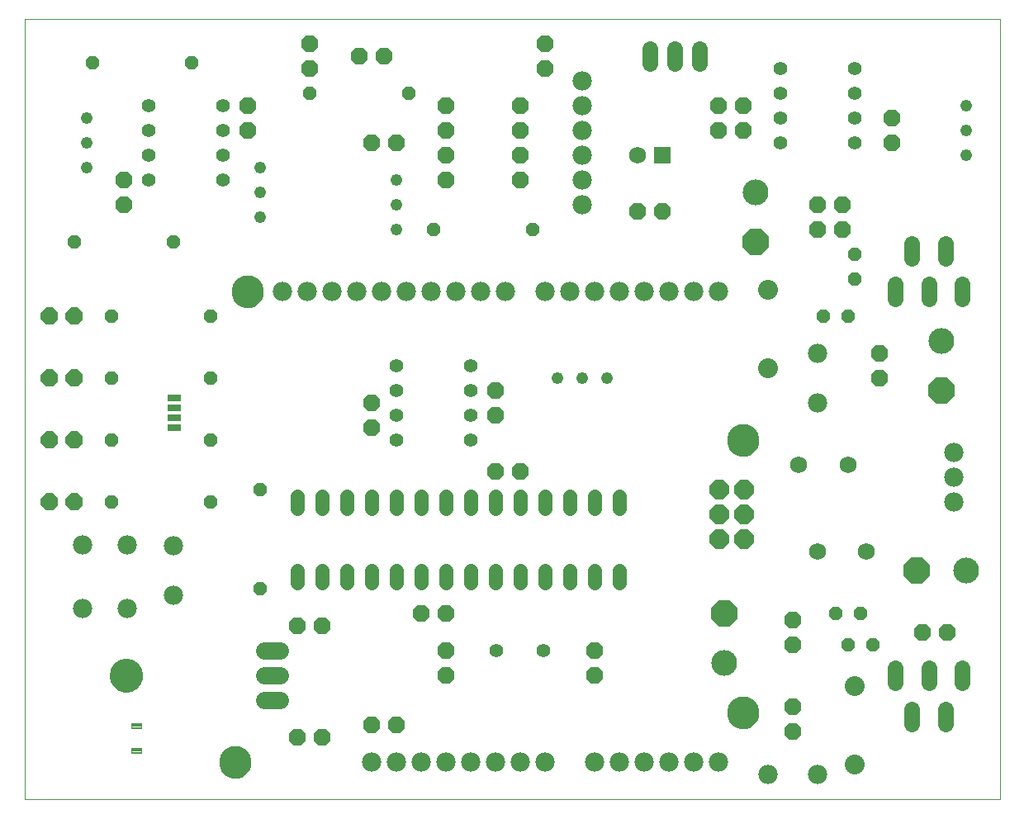
<source format=gts>
G75*
%MOIN*%
%OFA0B0*%
%FSLAX24Y24*%
%IPPOS*%
%LPD*%
%AMOC8*
5,1,8,0,0,1.08239X$1,22.5*
%
%ADD10C,0.0000*%
%ADD11OC8,0.0670*%
%ADD12C,0.1040*%
%ADD13OC8,0.1040*%
%ADD14C,0.0690*%
%ADD15R,0.0690X0.0690*%
%ADD16C,0.0800*%
%ADD17C,0.0780*%
%ADD18C,0.0560*%
%ADD19C,0.0640*%
%ADD20OC8,0.0700*%
%ADD21C,0.1300*%
%ADD22R,0.0540X0.0290*%
%ADD23C,0.0048*%
%ADD24OC8,0.0780*%
%ADD25C,0.0480*%
%ADD26OC8,0.0560*%
%ADD27C,0.0560*%
%ADD28C,0.0700*%
%ADD29C,0.1340*%
D10*
X000100Y000100D02*
X000100Y031596D01*
X039470Y031596D01*
X039470Y000100D01*
X000100Y000100D01*
X003550Y005100D02*
X003552Y005150D01*
X003558Y005200D01*
X003568Y005250D01*
X003581Y005298D01*
X003598Y005346D01*
X003619Y005392D01*
X003643Y005436D01*
X003671Y005478D01*
X003702Y005518D01*
X003736Y005555D01*
X003773Y005590D01*
X003812Y005621D01*
X003853Y005650D01*
X003897Y005675D01*
X003943Y005697D01*
X003990Y005715D01*
X004038Y005729D01*
X004087Y005740D01*
X004137Y005747D01*
X004187Y005750D01*
X004238Y005749D01*
X004288Y005744D01*
X004338Y005735D01*
X004386Y005723D01*
X004434Y005706D01*
X004480Y005686D01*
X004525Y005663D01*
X004568Y005636D01*
X004608Y005606D01*
X004646Y005573D01*
X004681Y005537D01*
X004714Y005498D01*
X004743Y005457D01*
X004769Y005414D01*
X004792Y005369D01*
X004811Y005322D01*
X004826Y005274D01*
X004838Y005225D01*
X004846Y005175D01*
X004850Y005125D01*
X004850Y005075D01*
X004846Y005025D01*
X004838Y004975D01*
X004826Y004926D01*
X004811Y004878D01*
X004792Y004831D01*
X004769Y004786D01*
X004743Y004743D01*
X004714Y004702D01*
X004681Y004663D01*
X004646Y004627D01*
X004608Y004594D01*
X004568Y004564D01*
X004525Y004537D01*
X004480Y004514D01*
X004434Y004494D01*
X004386Y004477D01*
X004338Y004465D01*
X004288Y004456D01*
X004238Y004451D01*
X004187Y004450D01*
X004137Y004453D01*
X004087Y004460D01*
X004038Y004471D01*
X003990Y004485D01*
X003943Y004503D01*
X003897Y004525D01*
X003853Y004550D01*
X003812Y004579D01*
X003773Y004610D01*
X003736Y004645D01*
X003702Y004682D01*
X003671Y004722D01*
X003643Y004764D01*
X003619Y004808D01*
X003598Y004854D01*
X003581Y004902D01*
X003568Y004950D01*
X003558Y005000D01*
X003552Y005050D01*
X003550Y005100D01*
X007970Y001600D02*
X007972Y001650D01*
X007978Y001700D01*
X007988Y001749D01*
X008002Y001797D01*
X008019Y001844D01*
X008040Y001889D01*
X008065Y001933D01*
X008093Y001974D01*
X008125Y002013D01*
X008159Y002050D01*
X008196Y002084D01*
X008236Y002114D01*
X008278Y002141D01*
X008322Y002165D01*
X008368Y002186D01*
X008415Y002202D01*
X008463Y002215D01*
X008513Y002224D01*
X008562Y002229D01*
X008613Y002230D01*
X008663Y002227D01*
X008712Y002220D01*
X008761Y002209D01*
X008809Y002194D01*
X008855Y002176D01*
X008900Y002154D01*
X008943Y002128D01*
X008984Y002099D01*
X009023Y002067D01*
X009059Y002032D01*
X009091Y001994D01*
X009121Y001954D01*
X009148Y001911D01*
X009171Y001867D01*
X009190Y001821D01*
X009206Y001773D01*
X009218Y001724D01*
X009226Y001675D01*
X009230Y001625D01*
X009230Y001575D01*
X009226Y001525D01*
X009218Y001476D01*
X009206Y001427D01*
X009190Y001379D01*
X009171Y001333D01*
X009148Y001289D01*
X009121Y001246D01*
X009091Y001206D01*
X009059Y001168D01*
X009023Y001133D01*
X008984Y001101D01*
X008943Y001072D01*
X008900Y001046D01*
X008855Y001024D01*
X008809Y001006D01*
X008761Y000991D01*
X008712Y000980D01*
X008663Y000973D01*
X008613Y000970D01*
X008562Y000971D01*
X008513Y000976D01*
X008463Y000985D01*
X008415Y000998D01*
X008368Y001014D01*
X008322Y001035D01*
X008278Y001059D01*
X008236Y001086D01*
X008196Y001116D01*
X008159Y001150D01*
X008125Y001187D01*
X008093Y001226D01*
X008065Y001267D01*
X008040Y001311D01*
X008019Y001356D01*
X008002Y001403D01*
X007988Y001451D01*
X007978Y001500D01*
X007972Y001550D01*
X007970Y001600D01*
X028470Y003600D02*
X028472Y003650D01*
X028478Y003700D01*
X028488Y003749D01*
X028502Y003797D01*
X028519Y003844D01*
X028540Y003889D01*
X028565Y003933D01*
X028593Y003974D01*
X028625Y004013D01*
X028659Y004050D01*
X028696Y004084D01*
X028736Y004114D01*
X028778Y004141D01*
X028822Y004165D01*
X028868Y004186D01*
X028915Y004202D01*
X028963Y004215D01*
X029013Y004224D01*
X029062Y004229D01*
X029113Y004230D01*
X029163Y004227D01*
X029212Y004220D01*
X029261Y004209D01*
X029309Y004194D01*
X029355Y004176D01*
X029400Y004154D01*
X029443Y004128D01*
X029484Y004099D01*
X029523Y004067D01*
X029559Y004032D01*
X029591Y003994D01*
X029621Y003954D01*
X029648Y003911D01*
X029671Y003867D01*
X029690Y003821D01*
X029706Y003773D01*
X029718Y003724D01*
X029726Y003675D01*
X029730Y003625D01*
X029730Y003575D01*
X029726Y003525D01*
X029718Y003476D01*
X029706Y003427D01*
X029690Y003379D01*
X029671Y003333D01*
X029648Y003289D01*
X029621Y003246D01*
X029591Y003206D01*
X029559Y003168D01*
X029523Y003133D01*
X029484Y003101D01*
X029443Y003072D01*
X029400Y003046D01*
X029355Y003024D01*
X029309Y003006D01*
X029261Y002991D01*
X029212Y002980D01*
X029163Y002973D01*
X029113Y002970D01*
X029062Y002971D01*
X029013Y002976D01*
X028963Y002985D01*
X028915Y002998D01*
X028868Y003014D01*
X028822Y003035D01*
X028778Y003059D01*
X028736Y003086D01*
X028696Y003116D01*
X028659Y003150D01*
X028625Y003187D01*
X028593Y003226D01*
X028565Y003267D01*
X028540Y003311D01*
X028519Y003356D01*
X028502Y003403D01*
X028488Y003451D01*
X028478Y003500D01*
X028472Y003550D01*
X028470Y003600D01*
X028470Y014600D02*
X028472Y014650D01*
X028478Y014700D01*
X028488Y014749D01*
X028502Y014797D01*
X028519Y014844D01*
X028540Y014889D01*
X028565Y014933D01*
X028593Y014974D01*
X028625Y015013D01*
X028659Y015050D01*
X028696Y015084D01*
X028736Y015114D01*
X028778Y015141D01*
X028822Y015165D01*
X028868Y015186D01*
X028915Y015202D01*
X028963Y015215D01*
X029013Y015224D01*
X029062Y015229D01*
X029113Y015230D01*
X029163Y015227D01*
X029212Y015220D01*
X029261Y015209D01*
X029309Y015194D01*
X029355Y015176D01*
X029400Y015154D01*
X029443Y015128D01*
X029484Y015099D01*
X029523Y015067D01*
X029559Y015032D01*
X029591Y014994D01*
X029621Y014954D01*
X029648Y014911D01*
X029671Y014867D01*
X029690Y014821D01*
X029706Y014773D01*
X029718Y014724D01*
X029726Y014675D01*
X029730Y014625D01*
X029730Y014575D01*
X029726Y014525D01*
X029718Y014476D01*
X029706Y014427D01*
X029690Y014379D01*
X029671Y014333D01*
X029648Y014289D01*
X029621Y014246D01*
X029591Y014206D01*
X029559Y014168D01*
X029523Y014133D01*
X029484Y014101D01*
X029443Y014072D01*
X029400Y014046D01*
X029355Y014024D01*
X029309Y014006D01*
X029261Y013991D01*
X029212Y013980D01*
X029163Y013973D01*
X029113Y013970D01*
X029062Y013971D01*
X029013Y013976D01*
X028963Y013985D01*
X028915Y013998D01*
X028868Y014014D01*
X028822Y014035D01*
X028778Y014059D01*
X028736Y014086D01*
X028696Y014116D01*
X028659Y014150D01*
X028625Y014187D01*
X028593Y014226D01*
X028565Y014267D01*
X028540Y014311D01*
X028519Y014356D01*
X028502Y014403D01*
X028488Y014451D01*
X028478Y014500D01*
X028472Y014550D01*
X028470Y014600D01*
X008470Y020600D02*
X008472Y020650D01*
X008478Y020700D01*
X008488Y020749D01*
X008502Y020797D01*
X008519Y020844D01*
X008540Y020889D01*
X008565Y020933D01*
X008593Y020974D01*
X008625Y021013D01*
X008659Y021050D01*
X008696Y021084D01*
X008736Y021114D01*
X008778Y021141D01*
X008822Y021165D01*
X008868Y021186D01*
X008915Y021202D01*
X008963Y021215D01*
X009013Y021224D01*
X009062Y021229D01*
X009113Y021230D01*
X009163Y021227D01*
X009212Y021220D01*
X009261Y021209D01*
X009309Y021194D01*
X009355Y021176D01*
X009400Y021154D01*
X009443Y021128D01*
X009484Y021099D01*
X009523Y021067D01*
X009559Y021032D01*
X009591Y020994D01*
X009621Y020954D01*
X009648Y020911D01*
X009671Y020867D01*
X009690Y020821D01*
X009706Y020773D01*
X009718Y020724D01*
X009726Y020675D01*
X009730Y020625D01*
X009730Y020575D01*
X009726Y020525D01*
X009718Y020476D01*
X009706Y020427D01*
X009690Y020379D01*
X009671Y020333D01*
X009648Y020289D01*
X009621Y020246D01*
X009591Y020206D01*
X009559Y020168D01*
X009523Y020133D01*
X009484Y020101D01*
X009443Y020072D01*
X009400Y020046D01*
X009355Y020024D01*
X009309Y020006D01*
X009261Y019991D01*
X009212Y019980D01*
X009163Y019973D01*
X009113Y019970D01*
X009062Y019971D01*
X009013Y019976D01*
X008963Y019985D01*
X008915Y019998D01*
X008868Y020014D01*
X008822Y020035D01*
X008778Y020059D01*
X008736Y020086D01*
X008696Y020116D01*
X008659Y020150D01*
X008625Y020187D01*
X008593Y020226D01*
X008565Y020267D01*
X008540Y020311D01*
X008519Y020356D01*
X008502Y020403D01*
X008488Y020451D01*
X008478Y020500D01*
X008472Y020550D01*
X008470Y020600D01*
D11*
X004100Y024100D03*
X004100Y025100D03*
X009100Y027100D03*
X009100Y028100D03*
X011600Y029600D03*
X011600Y030600D03*
X013600Y030100D03*
X014600Y030100D03*
X017100Y028100D03*
X017100Y027100D03*
X017100Y026100D03*
X017100Y025100D03*
X015100Y026600D03*
X014100Y026600D03*
X020100Y026100D03*
X020100Y025100D03*
X020100Y027100D03*
X020100Y028100D03*
X021100Y029600D03*
X021100Y030600D03*
X028100Y028100D03*
X029100Y028100D03*
X029100Y027100D03*
X028100Y027100D03*
X025850Y023850D03*
X024850Y023850D03*
X032100Y024100D03*
X033100Y024100D03*
X033100Y023100D03*
X032100Y023100D03*
X035100Y026600D03*
X035100Y027600D03*
X034600Y018100D03*
X034600Y017100D03*
X031100Y007350D03*
X031100Y006350D03*
X031100Y003850D03*
X031100Y002850D03*
X036350Y006850D03*
X037350Y006850D03*
X023100Y006100D03*
X023100Y005100D03*
X017100Y005100D03*
X017100Y006100D03*
X017100Y007600D03*
X016100Y007600D03*
X012100Y007100D03*
X011100Y007100D03*
X014100Y003100D03*
X015100Y003100D03*
X012100Y002600D03*
X011100Y002600D03*
X019100Y013350D03*
X020100Y013350D03*
X019100Y015600D03*
X019100Y016600D03*
X014100Y016100D03*
X014100Y015100D03*
D12*
X028350Y005600D03*
X038100Y009350D03*
X037100Y018600D03*
X029600Y024600D03*
D13*
X029600Y022600D03*
X037100Y016600D03*
X036100Y009350D03*
X028350Y007600D03*
D14*
X032115Y010100D03*
X034085Y010100D03*
X033335Y013600D03*
X031365Y013600D03*
X024850Y026100D03*
D15*
X025850Y026100D03*
D16*
X030100Y020675D03*
X030100Y017525D03*
X033600Y004675D03*
X033600Y001525D03*
D17*
X032100Y001100D03*
X030100Y001100D03*
X028100Y001600D03*
X027100Y001600D03*
X026100Y001600D03*
X025100Y001600D03*
X024100Y001600D03*
X023100Y001600D03*
X021100Y001600D03*
X020100Y001600D03*
X019100Y001600D03*
X018100Y001600D03*
X017100Y001600D03*
X016100Y001600D03*
X015100Y001600D03*
X014100Y001600D03*
X006100Y008350D03*
X004240Y007820D03*
X002460Y007820D03*
X002460Y010380D03*
X004240Y010380D03*
X006100Y010350D03*
X010500Y020600D03*
X011500Y020600D03*
X012500Y020600D03*
X013500Y020600D03*
X014500Y020600D03*
X015500Y020600D03*
X016500Y020600D03*
X017500Y020600D03*
X018500Y020600D03*
X019500Y020600D03*
X021100Y020600D03*
X022100Y020600D03*
X023100Y020600D03*
X024100Y020600D03*
X025100Y020600D03*
X026100Y020600D03*
X027100Y020600D03*
X028100Y020600D03*
X032100Y018100D03*
X032100Y016100D03*
X037600Y014100D03*
X037600Y013100D03*
X037600Y012100D03*
X022600Y024100D03*
X022600Y025100D03*
X022600Y026100D03*
X022600Y027100D03*
X022600Y028100D03*
X022600Y029100D03*
D18*
X030600Y028600D03*
X030600Y029600D03*
X030600Y027600D03*
X030600Y026600D03*
X033600Y026600D03*
X033600Y027600D03*
X033600Y028600D03*
X033600Y029600D03*
X018100Y017600D03*
X018100Y016600D03*
X018100Y015600D03*
X018100Y014600D03*
X015100Y014600D03*
X015100Y015600D03*
X015100Y016600D03*
X015100Y017600D03*
X008100Y025100D03*
X008100Y026100D03*
X008100Y027100D03*
X008100Y028100D03*
X005100Y028100D03*
X005100Y027100D03*
X005100Y026100D03*
X005100Y025100D03*
X019150Y006100D03*
X021050Y006100D03*
D19*
X035260Y005400D02*
X035260Y004800D01*
X036600Y004800D02*
X036600Y005400D01*
X037940Y005400D02*
X037940Y004800D01*
X037270Y003760D02*
X037270Y003160D01*
X035930Y003160D02*
X035930Y003760D01*
X035260Y020300D02*
X035260Y020900D01*
X036600Y020900D02*
X036600Y020300D01*
X037940Y020300D02*
X037940Y020900D01*
X037270Y021940D02*
X037270Y022540D01*
X035930Y022540D02*
X035930Y021940D01*
X027350Y029800D02*
X027350Y030400D01*
X026350Y030400D02*
X026350Y029800D01*
X025350Y029800D02*
X025350Y030400D01*
D20*
X002100Y019600D03*
X001100Y019600D03*
X001100Y017100D03*
X002100Y017100D03*
X002100Y014600D03*
X001100Y014600D03*
X001100Y012100D03*
X002100Y012100D03*
D21*
X009100Y020600D03*
X029100Y014600D03*
X029100Y003600D03*
X008600Y001600D03*
D22*
X006160Y015100D03*
X006160Y015510D03*
X006160Y015910D03*
X006160Y016300D03*
D23*
X004816Y002974D02*
X004424Y002974D01*
X004424Y003166D01*
X004816Y003166D01*
X004816Y002974D01*
X004816Y003021D02*
X004424Y003021D01*
X004424Y003068D02*
X004816Y003068D01*
X004816Y003115D02*
X004424Y003115D01*
X004424Y003162D02*
X004816Y003162D01*
X004816Y001974D02*
X004424Y001974D01*
X004424Y002166D01*
X004816Y002166D01*
X004816Y001974D01*
X004816Y002021D02*
X004424Y002021D01*
X004424Y002068D02*
X004816Y002068D01*
X004816Y002115D02*
X004424Y002115D01*
X004424Y002162D02*
X004816Y002162D01*
D24*
X028150Y010600D03*
X029150Y010600D03*
X029150Y011600D03*
X028150Y011600D03*
X028150Y012600D03*
X029150Y012600D03*
D25*
X023600Y017100D03*
X022600Y017100D03*
X021600Y017100D03*
X015100Y023100D03*
X015100Y024100D03*
X015100Y025100D03*
X009600Y024600D03*
X009600Y023600D03*
X009600Y025600D03*
X002600Y025600D03*
X002600Y026600D03*
X002600Y027600D03*
X038100Y027100D03*
X038100Y026100D03*
X038100Y028100D03*
D26*
X033600Y022100D03*
X033600Y021100D03*
X033350Y019600D03*
X032350Y019600D03*
X020600Y023100D03*
X016600Y023100D03*
X015600Y028600D03*
X011600Y028600D03*
X006850Y029850D03*
X002850Y029850D03*
X002100Y022600D03*
X003600Y019600D03*
X003600Y017100D03*
X003600Y014600D03*
X003600Y012100D03*
X007600Y012100D03*
X009600Y012600D03*
X007600Y014600D03*
X007600Y017100D03*
X007600Y019600D03*
X006100Y022600D03*
X009600Y008600D03*
X032850Y007600D03*
X033850Y007600D03*
X033350Y006350D03*
X034350Y006350D03*
D27*
X024100Y008840D02*
X024100Y009360D01*
X023100Y009360D02*
X023100Y008840D01*
X022100Y008840D02*
X022100Y009360D01*
X021100Y009360D02*
X021100Y008840D01*
X020100Y008840D02*
X020100Y009360D01*
X019100Y009360D02*
X019100Y008840D01*
X018100Y008840D02*
X018100Y009360D01*
X017100Y009360D02*
X017100Y008840D01*
X016100Y008840D02*
X016100Y009360D01*
X015100Y009360D02*
X015100Y008840D01*
X014100Y008840D02*
X014100Y009360D01*
X013100Y009360D02*
X013100Y008840D01*
X012100Y008840D02*
X012100Y009360D01*
X011100Y009360D02*
X011100Y008840D01*
X011100Y011840D02*
X011100Y012360D01*
X012100Y012360D02*
X012100Y011840D01*
X013100Y011840D02*
X013100Y012360D01*
X014100Y012360D02*
X014100Y011840D01*
X015100Y011840D02*
X015100Y012360D01*
X016100Y012360D02*
X016100Y011840D01*
X017100Y011840D02*
X017100Y012360D01*
X018100Y012360D02*
X018100Y011840D01*
X019100Y011840D02*
X019100Y012360D01*
X020100Y012360D02*
X020100Y011840D01*
X021100Y011840D02*
X021100Y012360D01*
X022100Y012360D02*
X022100Y011840D01*
X023100Y011840D02*
X023100Y012360D01*
X024100Y012360D02*
X024100Y011840D01*
D28*
X010430Y006100D02*
X009770Y006100D01*
X009770Y005100D02*
X010430Y005100D01*
X010430Y004100D02*
X009770Y004100D01*
D29*
X004200Y005100D03*
M02*

</source>
